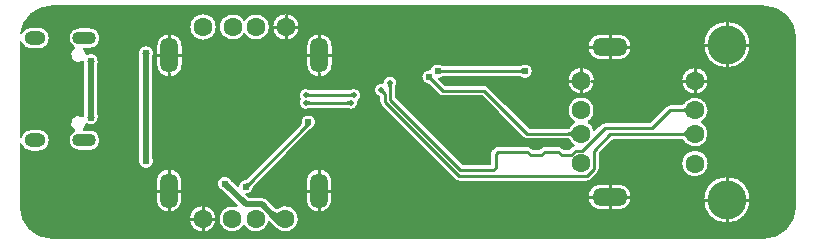
<source format=gbl>
G04 Layer: BottomLayer*
G04 EasyEDA Pro v2.2.27.1, 2024-09-16 11:55:17*
G04 Gerber Generator version 0.3*
G04 Scale: 100 percent, Rotated: No, Reflected: No*
G04 Dimensions in millimeters*
G04 Leading zeros omitted, absolute positions, 3 integers and 5 decimals*
%FSLAX35Y35*%
%MOMM*%
%ADD10C,0.2032*%
%ADD11C,0.254*%
%ADD12C,1.6*%
%ADD13O,1.524X2.99999*%
%ADD14O,2.99999X1.524*%
%ADD15C,3.29999*%
%ADD16O,2.0X1.1*%
%ADD17O,1.8059X1.2*%
%ADD18O,1.8X1.2*%
%ADD19C,0.61*%
%ADD20C,0.5*%
%ADD21C,0.55*%
G75*


G04 Copper Start*
G36*
G01X126197Y-208288D02*
G03X37894Y-266916I0J-95814D01*
G02X300000Y-35814I262106J-33084D01*
G01X6329400Y-35814D01*
G02X6593586Y-300000I0J-264186D01*
G01X6593586Y-1732000D01*
G02X6329400Y-1996186I-264186J0D01*
G01X300000Y-1996186D01*
G02X35814Y-1732000I0J264186D01*
G01X35814Y-1200897D01*
G03X126197Y-1264912I90383J31799D01*
G01X186197Y-1264912D01*
G03X186197Y-1073285I0J95814D01*
G01X126197Y-1073285D01*
G03X35814Y-1137300I0J-95814D01*
G01X35814Y-335900D01*
G03X126197Y-399915I90383J31799D01*
G01X186197Y-399915D01*
G03X186197Y-208288I0J95814D01*
G01X126197Y-208288D01*
G37*
%LPC*%
G36*
G01X668384Y-1031528D02*
G03X696166Y-963302I-37181J54910D01*
G01X695818Y-960422D01*
G01X694926Y-950804D01*
G01X694517Y-939376D01*
G01X694517Y-533850D01*
G01X694926Y-522422D01*
G01X695818Y-512804D01*
G01X696166Y-509923D01*
G03X594720Y-441232I-64964J13315D01*
G03X571499Y-394915I-70527J-6380D01*
G01X621212Y-394915D01*
G03X621212Y-213288I0J90814D01*
G01X531212Y-213288D01*
G03X490545Y-385301I0J-90814D01*
G03X464137Y-485136I33648J-62311D01*
G03X565444Y-505171I60056J37525D01*
G03X566239Y-509923I65759J8563D01*
G01X566588Y-512804D01*
G01X567479Y-522422D01*
G01X567889Y-533850D01*
G01X567889Y-939376D01*
G01X567479Y-950804D01*
G01X566588Y-960422D01*
G01X566239Y-963302D01*
G03X565444Y-968054I64964J-13315D01*
G03X464144Y-988077I-41251J-57560D01*
G03X490520Y-1087911I60048J-37537D01*
G03X531212Y-1259912I40692J-81187D01*
G01X621212Y-1259912D01*
G03X621212Y-1078285I0J90814D01*
G01X571527Y-1078285D01*
G03X594720Y-1031994I-47335J52671D01*
G03X668384Y-1031528I36483J55376D01*
G37*
G36*
G01X1033277Y-1320386D02*
G01X1032386Y-1330005D01*
G01X1032037Y-1332885D01*
G03X1097001Y-1412514I64964J-13315D01*
G03X1161964Y-1332885I0J66314D01*
G01X1161615Y-1330005D01*
G01X1160724Y-1320386D01*
G01X1160315Y-1308958D01*
G01X1160315Y-469042D01*
G01X1160724Y-457614D01*
G01X1161615Y-447995D01*
G01X1161964Y-445115D01*
G03X1097001Y-365486I-64964J13315D01*
G03X1032037Y-445115I0J-66314D01*
G01X1032386Y-447995D01*
G01X1033277Y-457614D01*
G01X1033687Y-469042D01*
G01X1033687Y-1308958D01*
G01X1033277Y-1320386D01*
G37*
G36*
G01X1403701Y-1668297D02*
G01X1403701Y-1520698D01*
G03X1179673Y-1520698I-112014J0D01*
G01X1179673Y-1668297D01*
G03X1403701Y-1668297I112014J0D01*
G37*
G36*
G01X1183386Y-376403D02*
G01X1183386Y-524002D01*
G03X1407414Y-524002I112014J0D01*
G01X1407414Y-376403D01*
G03X1183386Y-376403I-112014J0D01*
G37*
G36*
G01X1692488Y-1834502D02*
G03X1460861Y-1834502I-115814J0D01*
G03X1692488Y-1834502I115814J0D01*
G37*
G36*
G01X1464600Y-210198D02*
G03X1696227Y-210198I115814J0D01*
G03X1464600Y-210198I-115814J0D01*
G37*
G36*
G01X1940942Y-1495648D02*
G01X1938152Y-1495971D01*
G03X1876872Y-1558732I4948J-66129D01*
G01X1836403Y-1518264D01*
G01X1828612Y-1509894D01*
G01X1822441Y-1502462D01*
G01X1820651Y-1500179D01*
G03X1718409Y-1489809I-55351J-36521D01*
G03X1728779Y-1592051I46891J-46891D01*
G01X1731062Y-1593841D01*
G01X1738494Y-1600012D01*
G01X1746864Y-1607803D01*
G01X1863886Y-1724825D01*
G03X1718197Y-1875034I-37199J-109677D01*
G03X1926687Y-1892922I108490J40532D01*
G03X2138986Y-1862816I100000J58420D01*
G01X2155441Y-1879272D01*
G03X2162413Y-1885297I44770J44770D01*
G01X2196385Y-1917969D01*
G03X2392385Y-1839363I80288J83467D01*
G03X2203668Y-1744596I-115712J4861D01*
G01X2201959Y-1743811D01*
G01X2197741Y-1741105D01*
G01X2192650Y-1737035D01*
G01X2186813Y-1731566D01*
G01X2122280Y-1667033D01*
G03X2077510Y-1648488I-44770J-44770D01*
G01X1966628Y-1648488D01*
G01X1946468Y-1628328D01*
G03X2009229Y-1567048I-3368J66228D01*
G01X2009552Y-1564258D01*
G01X2488639Y-1085170D01*
G01X2496779Y-1078004D01*
G01X2500249Y-1075409D01*
G01X2503756Y-1073173D01*
G03X2496449Y-955041I-33519J57219D01*
G03X2405640Y-1030951I-26213J-60913D01*
G01X1940942Y-1495648D01*
G37*
G36*
G01X1714586Y-210198D02*
G03X1930400Y-268618I115814J0D01*
G03X2146214Y-210198I100000J58420D01*
G03X1930400Y-151778I-115814J0D01*
G03X1714586Y-210198I-100000J-58420D01*
G37*
G36*
G01X2164598Y-210198D02*
G03X2396226Y-210198I115814J0D01*
G03X2164598Y-210198I-115814J0D01*
G37*
G36*
G01X2409885Y-897318D02*
G03X2487771Y-901114I41215J44718D01*
G01X2797803Y-901120D01*
G03X2865772Y-901541I34297J50220D01*
G03X2891678Y-838702I-33672J50641D01*
G03X2918288Y-790171I-34276J50355D01*
G03X2822202Y-738886I-60788J1763D01*
G01X2487771Y-738886D01*
G03X2409885Y-742682I-36671J-48514D01*
G03X2399762Y-820000I41215J-44718D01*
G03X2409885Y-897318I51338J-32600D01*
G37*
G36*
G01X2673701Y-1668297D02*
G01X2673701Y-1520698D01*
G03X2449673Y-1520698I-112014J0D01*
G01X2449673Y-1668297D01*
G03X2673701Y-1668297I112014J0D01*
G37*
G36*
G01X2453386Y-376403D02*
G01X2453386Y-524002D01*
G03X2677414Y-524002I112014J0D01*
G01X2677414Y-376403D01*
G03X2453386Y-376403I-112014J0D01*
G37*
G36*
G01X3717052Y-1506334D02*
G03X3751356Y-1520544I34305J34305D01*
G01X4826891Y-1520544D01*
G03X4861196Y-1506334I0J48514D01*
G01X4924402Y-1443128D01*
G03X4938612Y-1408823I-34305J34305D01*
G01X4938612Y-1276797D01*
G01X5049295Y-1166114D01*
G01X5635705Y-1166114D01*
G01X5638927Y-1166252D01*
G01X5647298Y-1179150D01*
G03X5648938Y-1181469I30041J19498D01*
G01X5650443Y-1183429D01*
G03X5655177Y-1189592I94160J67429D01*
G01X5655374Y-1189848D01*
G03X5657561Y-1192433I28402J21817D01*
G01X5658213Y-1193132D01*
G03X5661486Y-1196649I86391J77133D01*
G01X5663251Y-1198429D01*
G03X5860399Y-1113937I81352J82430D01*
G03X5802988Y-1016000I-115807J-2091D01*
G03X5860399Y-918063I-58396J100028D01*
G03X5663251Y-833571I-115795J2063D01*
G01X5661486Y-835351D01*
G03X5658213Y-838868I83118J-80649D01*
G01X5657561Y-839567D01*
G03X5655374Y-842152I26215J-24401D01*
G01X5655177Y-842408D01*
G03X5650443Y-848571I89426J-73592D01*
G01X5648938Y-850531D01*
G03X5647298Y-852850I28402J-21817D01*
G01X5638927Y-865748D01*
G01X5635705Y-865886D01*
G01X5537200Y-865886D01*
G03X5502895Y-880095I0J-48514D01*
G01X5364705Y-1018286D01*
G01X4982134Y-1018286D01*
G03X4947830Y-1032495I0J-48514D01*
G01X4894497Y-1085828D01*
G03X4840618Y-1014143I-112299J-28315D01*
G03X4782198Y-798330I-58420J100000D01*
G03X4723778Y-1014143I0J-115814D01*
G03X4699390Y-1033176I58420J-100000D01*
G01X4697696Y-1034931D01*
G01X4697318Y-1035350D01*
G03X4695040Y-1037878I84880J-78793D01*
G01X4693767Y-1039290D01*
G03X4691742Y-1041748I26603J-23978D01*
G01X4690478Y-1043431D01*
G03X4688782Y-1045686I91720J-70713D01*
G01X4685369Y-1050226D01*
G01X4683969Y-1052227D01*
G01X4675351Y-1065486D01*
G01X4672080Y-1065629D01*
G01X4347338Y-1065629D01*
G01X3996705Y-714995D01*
G03X3962400Y-700786I-34305J-34305D01*
G01X3629201Y-700786D01*
G01X3577773Y-649358D01*
G03X3608708Y-634459I-12327J65158D01*
G01X3610909Y-632714D01*
G01X4259837Y-632714D01*
G01X4262042Y-634462D01*
G03X4371614Y-584200I43258J50262D01*
G03X4262042Y-533938I-66314J0D01*
G01X4259837Y-535686D01*
G01X3610909Y-535686D01*
G01X3608708Y-533941D01*
G03X3544996Y-521118I-43262J-50259D01*
G03X3500926Y-568882I20450J-63082D01*
G03X3428631Y-629322I-6216J-66022D01*
G03X3489762Y-701033I66079J-5582D01*
G01X3492552Y-701356D01*
G01X3574801Y-783605D01*
G03X3609106Y-797814I34305J34305D01*
G01X3942305Y-797814D01*
G01X4292938Y-1148448D01*
G03X4327243Y-1162657I34305J34305D01*
G01X4672080Y-1162657D01*
G01X4675351Y-1162800D01*
G01X4683969Y-1176059D01*
G01X4685369Y-1178060D01*
G01X4688782Y-1182600D01*
G03X4690478Y-1184856I93415J68457D01*
G01X4691742Y-1186538D01*
G03X4693767Y-1188996I28628J21520D01*
G01X4695040Y-1190409D01*
G03X4697318Y-1192936I87157J76266D01*
G01X4697696Y-1193355D01*
G01X4699390Y-1195110D01*
G03X4719179Y-1211310I82808J80967D01*
G03X4703199Y-1221925I18325J-44920D01*
G01X4678239Y-1246886D01*
G01X4636545Y-1246886D01*
G01X4620094Y-1230435D01*
G03X4585789Y-1216225I-34305J-34305D01*
G01X4475661Y-1216225D01*
G03X4441356Y-1230435I0J-48514D01*
G01X4424905Y-1246886D01*
G01X4376195Y-1246886D01*
G01X4359744Y-1230435D01*
G03X4325439Y-1216225I-34305J-34305D01*
G01X4074521Y-1216225D01*
G03X4040216Y-1230435I0J-48514D01*
G01X4022256Y-1248395D01*
G03X4008047Y-1282700I34305J-34305D01*
G01X4008047Y-1373886D01*
G01X3779295Y-1373886D01*
G01X3210854Y-805445D01*
G01X3210854Y-718275D01*
G03X3180283Y-623498I-48514J36671D01*
G03X3101597Y-684538I-17943J-58107D01*
G03X3027769Y-729344I-14697J-59011D01*
G03X3073186Y-802797I59131J-14206D01*
G01X3073186Y-842374D01*
G03X3087396Y-876679I48514J0D01*
G01X3717052Y-1506334D01*
G37*
G36*
G01X4782198Y-779945D02*
G03X4782198Y-548317I0J115814D01*
G03X4782198Y-779945I0J-115814D01*
G37*
G36*
G01X4948403Y-491157D02*
G01X5096002Y-491157D01*
G03X5096002Y-267129I0J112014D01*
G01X4948403Y-267129D01*
G03X4948403Y-491157I0J-112014D01*
G37*
G36*
G01X4948403Y-1761157D02*
G01X5096002Y-1761157D01*
G03X5096002Y-1537129I0J112014D01*
G01X4948403Y-1537129D01*
G03X4948403Y-1761157I0J-112014D01*
G37*
G36*
G01X5744604Y-781827D02*
G03X5744604Y-550200I0J115814D01*
G03X5744604Y-781827I0J-115814D01*
G37*
G36*
G01X5744604Y-1481826D02*
G03X5744604Y-1250198I0J115814D01*
G03X5744604Y-1481826I0J-115814D01*
G37*
G36*
G01X6015596Y-1873810D02*
G03X6015596Y-1472183I0J200814D01*
G03X6015596Y-1873810I0J-200814D01*
G37*
G36*
G01X6015596Y-559817D02*
G03X6015596Y-158190I0J200814D01*
G03X6015596Y-559817I0J-200814D01*
G37*
%LPD*%
G54D10*
G01X126197Y-208288D02*
G03X37894Y-266916I0J-95814D01*
G02X300000Y-35814I262106J-33084D01*
G01X6329400Y-35814D01*
G02X6593586Y-300000I0J-264186D01*
G01X6593586Y-1732000D01*
G02X6329400Y-1996186I-264186J0D01*
G01X300000Y-1996186D01*
G02X35814Y-1732000I0J264186D01*
G01X35814Y-1200897D01*
G03X126197Y-1264912I90383J31799D01*
G01X186197Y-1264912D01*
G03X186197Y-1073285I0J95814D01*
G01X126197Y-1073285D01*
G03X35814Y-1137300I0J-95814D01*
G01X35814Y-335900D01*
G03X126197Y-399915I90383J31799D01*
G01X186197Y-399915D01*
G03X186197Y-208288I0J95814D01*
G01X126197Y-208288D01*
G01X668384Y-1031528D02*
G03X696166Y-963302I-37181J54910D01*
G01X695818Y-960422D01*
G01X694926Y-950804D01*
G01X694517Y-939376D01*
G01X694517Y-533850D01*
G01X694926Y-522422D01*
G01X695818Y-512804D01*
G01X696166Y-509923D01*
G03X594720Y-441232I-64964J13315D01*
G03X571499Y-394915I-70527J-6380D01*
G01X621212Y-394915D01*
G03X621212Y-213288I0J90814D01*
G01X531212Y-213288D01*
G03X490545Y-385301I0J-90814D01*
G03X464137Y-485136I33648J-62311D01*
G03X565444Y-505171I60056J37525D01*
G03X566239Y-509923I65759J8563D01*
G01X566588Y-512804D01*
G01X567479Y-522422D01*
G01X567889Y-533850D01*
G01X567889Y-939376D01*
G01X567479Y-950804D01*
G01X566588Y-960422D01*
G01X566239Y-963302D01*
G03X565444Y-968054I64964J-13315D01*
G03X464144Y-988077I-41251J-57560D01*
G03X490520Y-1087911I60048J-37537D01*
G03X531212Y-1259912I40692J-81187D01*
G01X621212Y-1259912D01*
G03X621212Y-1078285I0J90814D01*
G01X571527Y-1078285D01*
G03X594720Y-1031994I-47335J52671D01*
G03X668384Y-1031528I36483J55376D01*
G01X1033277Y-1320386D02*
G01X1032386Y-1330005D01*
G01X1032037Y-1332885D01*
G03X1097001Y-1412514I64964J-13315D01*
G03X1161964Y-1332885I0J66314D01*
G01X1161615Y-1330005D01*
G01X1160724Y-1320386D01*
G01X1160315Y-1308958D01*
G01X1160315Y-469042D01*
G01X1160724Y-457614D01*
G01X1161615Y-447995D01*
G01X1161964Y-445115D01*
G03X1097001Y-365486I-64964J13315D01*
G03X1032037Y-445115I0J-66314D01*
G01X1032386Y-447995D01*
G01X1033277Y-457614D01*
G01X1033687Y-469042D01*
G01X1033687Y-1308958D01*
G01X1033277Y-1320386D01*
G01X1403701Y-1668297D02*
G01X1403701Y-1520698D01*
G03X1179673Y-1520698I-112014J0D01*
G01X1179673Y-1668297D01*
G03X1403701Y-1668297I112014J0D01*
G01X1183386Y-376403D02*
G01X1183386Y-524002D01*
G03X1407414Y-524002I112014J0D01*
G01X1407414Y-376403D01*
G03X1183386Y-376403I-112014J0D01*
G01X1692488Y-1834502D02*
G03X1460861Y-1834502I-115814J0D01*
G03X1692488Y-1834502I115814J0D01*
G01X1464600Y-210198D02*
G03X1696227Y-210198I115814J0D01*
G03X1464600Y-210198I-115814J0D01*
G01X1940942Y-1495648D02*
G01X1938152Y-1495971D01*
G03X1876872Y-1558732I4948J-66129D01*
G01X1836403Y-1518264D01*
G01X1828612Y-1509894D01*
G01X1822441Y-1502462D01*
G01X1820651Y-1500179D01*
G03X1718409Y-1489809I-55351J-36521D01*
G03X1728779Y-1592051I46891J-46891D01*
G01X1731062Y-1593841D01*
G01X1738494Y-1600012D01*
G01X1746864Y-1607803D01*
G01X1863886Y-1724825D01*
G03X1718197Y-1875034I-37199J-109677D01*
G03X1926687Y-1892922I108490J40532D01*
G03X2138986Y-1862816I100000J58420D01*
G01X2155441Y-1879272D01*
G03X2162413Y-1885297I44770J44770D01*
G01X2196385Y-1917969D01*
G03X2392385Y-1839363I80288J83467D01*
G03X2203668Y-1744596I-115712J4861D01*
G01X2201959Y-1743811D01*
G01X2197741Y-1741105D01*
G01X2192650Y-1737035D01*
G01X2186813Y-1731566D01*
G01X2122280Y-1667033D01*
G03X2077510Y-1648488I-44770J-44770D01*
G01X1966628Y-1648488D01*
G01X1946468Y-1628328D01*
G03X2009229Y-1567048I-3368J66228D01*
G01X2009552Y-1564258D01*
G01X2488639Y-1085170D01*
G01X2496779Y-1078004D01*
G01X2500249Y-1075409D01*
G01X2503756Y-1073173D01*
G03X2496449Y-955041I-33519J57219D01*
G03X2405640Y-1030951I-26213J-60913D01*
G01X1940942Y-1495648D01*
G01X1714586Y-210198D02*
G03X1930400Y-268618I115814J0D01*
G03X2146214Y-210198I100000J58420D01*
G03X1930400Y-151778I-115814J0D01*
G03X1714586Y-210198I-100000J-58420D01*
G01X2164598Y-210198D02*
G03X2396226Y-210198I115814J0D01*
G03X2164598Y-210198I-115814J0D01*
G01X2409885Y-897318D02*
G03X2487771Y-901114I41215J44718D01*
G01X2797803Y-901120D01*
G03X2865772Y-901541I34297J50220D01*
G03X2891678Y-838702I-33672J50641D01*
G03X2918288Y-790171I-34276J50355D01*
G03X2822202Y-738886I-60788J1763D01*
G01X2487771Y-738886D01*
G03X2409885Y-742682I-36671J-48514D01*
G03X2399762Y-820000I41215J-44718D01*
G03X2409885Y-897318I51338J-32600D01*
G01X2673701Y-1668297D02*
G01X2673701Y-1520698D01*
G03X2449673Y-1520698I-112014J0D01*
G01X2449673Y-1668297D01*
G03X2673701Y-1668297I112014J0D01*
G01X2453386Y-376403D02*
G01X2453386Y-524002D01*
G03X2677414Y-524002I112014J0D01*
G01X2677414Y-376403D01*
G03X2453386Y-376403I-112014J0D01*
G01X3717052Y-1506334D02*
G03X3751356Y-1520544I34305J34305D01*
G01X4826891Y-1520544D01*
G03X4861196Y-1506334I0J48514D01*
G01X4924402Y-1443128D01*
G03X4938612Y-1408823I-34305J34305D01*
G01X4938612Y-1276797D01*
G01X5049295Y-1166114D01*
G01X5635705Y-1166114D01*
G01X5638927Y-1166252D01*
G01X5647298Y-1179150D01*
G03X5648938Y-1181469I30041J19498D01*
G01X5650443Y-1183429D01*
G03X5655177Y-1189592I94160J67429D01*
G01X5655374Y-1189848D01*
G03X5657561Y-1192433I28402J21817D01*
G01X5658213Y-1193132D01*
G03X5661486Y-1196649I86391J77133D01*
G01X5663251Y-1198429D01*
G03X5860399Y-1113937I81352J82430D01*
G03X5802988Y-1016000I-115807J-2091D01*
G03X5860399Y-918063I-58396J100028D01*
G03X5663251Y-833571I-115795J2063D01*
G01X5661486Y-835351D01*
G03X5658213Y-838868I83118J-80649D01*
G01X5657561Y-839567D01*
G03X5655374Y-842152I26215J-24401D01*
G01X5655177Y-842408D01*
G03X5650443Y-848571I89426J-73592D01*
G01X5648938Y-850531D01*
G03X5647298Y-852850I28402J-21817D01*
G01X5638927Y-865748D01*
G01X5635705Y-865886D01*
G01X5537200Y-865886D01*
G03X5502895Y-880095I0J-48514D01*
G01X5364705Y-1018286D01*
G01X4982134Y-1018286D01*
G03X4947830Y-1032495I0J-48514D01*
G01X4894497Y-1085828D01*
G03X4840618Y-1014143I-112299J-28315D01*
G03X4782198Y-798330I-58420J100000D01*
G03X4723778Y-1014143I0J-115814D01*
G03X4699390Y-1033176I58420J-100000D01*
G01X4697696Y-1034931D01*
G01X4697318Y-1035350D01*
G03X4695040Y-1037878I84880J-78793D01*
G01X4693767Y-1039290D01*
G03X4691742Y-1041748I26603J-23978D01*
G01X4690478Y-1043431D01*
G03X4688782Y-1045686I91720J-70713D01*
G01X4685369Y-1050226D01*
G01X4683969Y-1052227D01*
G01X4675351Y-1065486D01*
G01X4672080Y-1065629D01*
G01X4347338Y-1065629D01*
G01X3996705Y-714995D01*
G03X3962400Y-700786I-34305J-34305D01*
G01X3629201Y-700786D01*
G01X3577773Y-649358D01*
G03X3608708Y-634459I-12327J65158D01*
G01X3610909Y-632714D01*
G01X4259837Y-632714D01*
G01X4262042Y-634462D01*
G03X4371614Y-584200I43258J50262D01*
G03X4262042Y-533938I-66314J0D01*
G01X4259837Y-535686D01*
G01X3610909Y-535686D01*
G01X3608708Y-533941D01*
G03X3544996Y-521118I-43262J-50259D01*
G03X3500926Y-568882I20450J-63082D01*
G03X3428631Y-629322I-6216J-66022D01*
G03X3489762Y-701033I66079J-5582D01*
G01X3492552Y-701356D01*
G01X3574801Y-783605D01*
G03X3609106Y-797814I34305J34305D01*
G01X3942305Y-797814D01*
G01X4292938Y-1148448D01*
G03X4327243Y-1162657I34305J34305D01*
G01X4672080Y-1162657D01*
G01X4675351Y-1162800D01*
G01X4683969Y-1176059D01*
G01X4685369Y-1178060D01*
G01X4688782Y-1182600D01*
G03X4690478Y-1184856I93415J68457D01*
G01X4691742Y-1186538D01*
G03X4693767Y-1188996I28628J21520D01*
G01X4695040Y-1190409D01*
G03X4697318Y-1192936I87157J76266D01*
G01X4697696Y-1193355D01*
G01X4699390Y-1195110D01*
G03X4719179Y-1211310I82808J80967D01*
G03X4703199Y-1221925I18325J-44920D01*
G01X4678239Y-1246886D01*
G01X4636545Y-1246886D01*
G01X4620094Y-1230435D01*
G03X4585789Y-1216225I-34305J-34305D01*
G01X4475661Y-1216225D01*
G03X4441356Y-1230435I0J-48514D01*
G01X4424905Y-1246886D01*
G01X4376195Y-1246886D01*
G01X4359744Y-1230435D01*
G03X4325439Y-1216225I-34305J-34305D01*
G01X4074521Y-1216225D01*
G03X4040216Y-1230435I0J-48514D01*
G01X4022256Y-1248395D01*
G03X4008047Y-1282700I34305J-34305D01*
G01X4008047Y-1373886D01*
G01X3779295Y-1373886D01*
G01X3210854Y-805445D01*
G01X3210854Y-718275D01*
G03X3180283Y-623498I-48514J36671D01*
G03X3101597Y-684538I-17943J-58107D01*
G03X3027769Y-729344I-14697J-59011D01*
G03X3073186Y-802797I59131J-14206D01*
G01X3073186Y-842374D01*
G03X3087396Y-876679I48514J0D01*
G01X3717052Y-1506334D01*
G01X4782198Y-779945D02*
G03X4782198Y-548317I0J115814D01*
G03X4782198Y-779945I0J-115814D01*
G01X4948403Y-491157D02*
G01X5096002Y-491157D01*
G03X5096002Y-267129I0J112014D01*
G01X4948403Y-267129D01*
G03X4948403Y-491157I0J-112014D01*
G01X4948403Y-1761157D02*
G01X5096002Y-1761157D01*
G03X5096002Y-1537129I0J112014D01*
G01X4948403Y-1537129D01*
G03X4948403Y-1761157I0J-112014D01*
G01X5744604Y-781827D02*
G03X5744604Y-550200I0J115814D01*
G03X5744604Y-781827I0J-115814D01*
G01X5744604Y-1481826D02*
G03X5744604Y-1250198I0J115814D01*
G03X5744604Y-1481826I0J-115814D01*
G01X6015596Y-1873810D02*
G03X6015596Y-1472183I0J200814D01*
G03X6015596Y-1873810I0J-200814D01*
G01X6015596Y-559817D02*
G03X6015596Y-158190I0J200814D01*
G03X6015596Y-559817I0J-200814D01*
G54D11*
G01X1656420Y-1834502D02*
G01X1682328Y-1834502D01*
G01X1496929Y-1834502D02*
G01X1471021Y-1834502D01*
G01X1576675Y-1914248D02*
G01X1576675Y-1940156D01*
G01X1576675Y-1754756D02*
G01X1576675Y-1728848D01*
G01X1367633Y-1594498D02*
G01X1393541Y-1594498D01*
G01X1215741Y-1594498D02*
G01X1189833Y-1594498D01*
G01X1291687Y-1744243D02*
G01X1291687Y-1770151D01*
G01X1291687Y-1444752D02*
G01X1291687Y-1418844D01*
G01X2637633Y-1594498D02*
G01X2663541Y-1594498D01*
G01X2485741Y-1594498D02*
G01X2459833Y-1594498D01*
G01X2561687Y-1744243D02*
G01X2561687Y-1770151D01*
G01X2561687Y-1444752D02*
G01X2561687Y-1418844D01*
G01X2200666Y-210198D02*
G01X2174758Y-210198D01*
G01X2360158Y-210198D02*
G01X2386066Y-210198D01*
G01X2280412Y-130452D02*
G01X2280412Y-104544D01*
G01X2280412Y-289944D02*
G01X2280412Y-315852D01*
G01X1219454Y-450202D02*
G01X1193546Y-450202D01*
G01X1371346Y-450202D02*
G01X1397254Y-450202D01*
G01X1295400Y-300457D02*
G01X1295400Y-274549D01*
G01X1295400Y-599948D02*
G01X1295400Y-625856D01*
G01X2489454Y-450202D02*
G01X2463546Y-450202D01*
G01X2641346Y-450202D02*
G01X2667254Y-450202D01*
G01X2565400Y-300457D02*
G01X2565400Y-274549D01*
G01X2565400Y-599948D02*
G01X2565400Y-625856D01*
G01X4782198Y-743877D02*
G01X4782198Y-769785D01*
G01X4782198Y-584385D02*
G01X4782198Y-558477D01*
G01X4702452Y-664131D02*
G01X4676544Y-664131D01*
G01X4861944Y-664131D02*
G01X4887852Y-664131D01*
G01X5022202Y-1725089D02*
G01X5022202Y-1750997D01*
G01X5022202Y-1573197D02*
G01X5022202Y-1547289D01*
G01X4872457Y-1649143D02*
G01X4846549Y-1649143D01*
G01X5171948Y-1649143D02*
G01X5197856Y-1649143D01*
G01X5022202Y-455089D02*
G01X5022202Y-480997D01*
G01X5022202Y-303197D02*
G01X5022202Y-277289D01*
G01X4872457Y-379143D02*
G01X4846549Y-379143D01*
G01X5171948Y-379143D02*
G01X5197856Y-379143D01*
G01X5744604Y-745759D02*
G01X5744604Y-771667D01*
G01X5744604Y-586268D02*
G01X5744604Y-560360D01*
G01X5664858Y-666013D02*
G01X5638950Y-666013D01*
G01X5824350Y-666013D02*
G01X5850258Y-666013D01*
G01X6015596Y-523749D02*
G01X6015596Y-549657D01*
G01X6015596Y-194258D02*
G01X6015596Y-168350D01*
G01X5850851Y-359004D02*
G01X5824943Y-359004D01*
G01X6180342Y-359004D02*
G01X6206250Y-359004D01*
G01X6015596Y-1837742D02*
G01X6015596Y-1863650D01*
G01X6015596Y-1508251D02*
G01X6015596Y-1482343D01*
G01X5850851Y-1672996D02*
G01X5824943Y-1672996D01*
G01X6180342Y-1672996D02*
G01X6206250Y-1672996D01*
G04 Copper End*

G04 TearDrop Start*
G36*
G01X4263617Y-596900D02*
G01X4263617Y-571500D01*
G01X4266464Y-571275D01*
G01X4269338Y-570638D01*
G01X4275010Y-568365D01*
G01X4280323Y-565151D01*
G01X4284967Y-561466D01*
G01X4284967Y-606934D01*
G01X4280323Y-603249D01*
G01X4275010Y-600035D01*
G01X4269338Y-597762D01*
G01X4266464Y-597125D01*
G01X4263617Y-596900D01*
G37*
G36*
G01X3607130Y-571500D02*
G01X3607130Y-596900D01*
G01X3604282Y-597125D01*
G01X3601408Y-597762D01*
G01X3595736Y-600035D01*
G01X3590424Y-603249D01*
G01X3585780Y-606934D01*
G01X3585780Y-561466D01*
G01X3590424Y-565151D01*
G01X3595736Y-568365D01*
G01X3601408Y-570638D01*
G01X3604282Y-571275D01*
G01X3607130Y-571500D01*
G37*
G36*
G01X3533165Y-655398D02*
G01X3515204Y-673359D01*
G01X3513031Y-671504D01*
G01X3510548Y-669923D01*
G01X3504931Y-667519D01*
G01X3498902Y-666035D01*
G01X3493013Y-665357D01*
G01X3525163Y-633207D01*
G01X3525841Y-639096D01*
G01X3527325Y-645125D01*
G01X3529729Y-650743D01*
G01X3531310Y-653225D01*
G01X3533165Y-655398D01*
G37*
G36*
G01X4672865Y-1126843D02*
G01X4672865Y-1101443D01*
G01X4679005Y-1101174D01*
G01X4684300Y-1100389D01*
G01X4688854Y-1099123D01*
G01X4692774Y-1097410D01*
G01X4696165Y-1095285D01*
G01X4699133Y-1092781D01*
G01X4701785Y-1089934D01*
G01X4704226Y-1086778D01*
G01X4713997Y-1071746D01*
G01X4720370Y-1063268D01*
G01X4724299Y-1058908D01*
G01X4728865Y-1054515D01*
G01X4728865Y-1173771D01*
G01X4724299Y-1169378D01*
G01X4720370Y-1165018D01*
G01X4713997Y-1156540D01*
G01X4704226Y-1141508D01*
G01X4701785Y-1138352D01*
G01X4699133Y-1135505D01*
G01X4696165Y-1133001D01*
G01X4692774Y-1130876D01*
G01X4688854Y-1129163D01*
G01X4684300Y-1127897D01*
G01X4679005Y-1127112D01*
G01X4672865Y-1126843D01*
G37*
G36*
G01X1963594Y-1523645D02*
G01X1981555Y-1541606D01*
G01X1979700Y-1543779D01*
G01X1978119Y-1546261D01*
G01X1975715Y-1551879D01*
G01X1974232Y-1557908D01*
G01X1973553Y-1563797D01*
G01X1941403Y-1531647D01*
G01X1947292Y-1530968D01*
G01X1953321Y-1529485D01*
G01X1958939Y-1527081D01*
G01X1961421Y-1525500D01*
G01X1963594Y-1523645D01*
G37*
G36*
G01X2464120Y-1059041D02*
G01X2435673Y-1051566D01*
G01X2437749Y-1049191D01*
G01X2439584Y-1046475D01*
G01X2441118Y-1043505D01*
G01X2442290Y-1040367D01*
G01X2443040Y-1037146D01*
G01X2443307Y-1033930D01*
G01X2443031Y-1030803D01*
G01X2442152Y-1027852D01*
G01X2485180Y-1042542D01*
G01X2479870Y-1045928D01*
G01X2474185Y-1050179D01*
G01X2464120Y-1059041D01*
G37*
G36*
G01X2485267Y-774700D02*
G01X2485267Y-800100D01*
G01X2480810Y-800518D01*
G01X2475998Y-801709D01*
G01X2471445Y-803579D01*
G01X2467767Y-806034D01*
G01X2467767Y-768766D01*
G01X2471445Y-771221D01*
G01X2475998Y-773091D01*
G01X2480810Y-774282D01*
G01X2485267Y-774700D01*
G37*
G36*
G01X2822596Y-800100D02*
G01X2824098Y-774700D01*
G01X2828513Y-774308D01*
G01X2833308Y-773188D01*
G01X2837872Y-771429D01*
G01X2841598Y-769117D01*
G01X2840096Y-806355D01*
G01X2836465Y-803755D01*
G01X2831930Y-801785D01*
G01X2827103Y-800536D01*
G01X2822596Y-800100D01*
G37*
G36*
G01X2485267Y-839900D02*
G01X2485267Y-865300D01*
G01X2480810Y-865718D01*
G01X2475998Y-866909D01*
G01X2471445Y-868779D01*
G01X2467767Y-871234D01*
G01X2467767Y-833966D01*
G01X2471445Y-836421D01*
G01X2475998Y-838291D01*
G01X2480810Y-839482D01*
G01X2485267Y-839900D01*
G37*
G36*
G01X2799239Y-865300D02*
G01X2796705Y-839900D01*
G01X2801252Y-839455D01*
G01X2806088Y-838175D01*
G01X2810608Y-836143D01*
G01X2814205Y-833443D01*
G01X2816739Y-870624D01*
G01X2812980Y-868410D01*
G01X2808411Y-866734D01*
G01X2803631Y-865671D01*
G01X2799239Y-865300D01*
G37*
G36*
G01X5636474Y-1130300D02*
G01X5634089Y-1104900D01*
G01X5640175Y-1104628D01*
G01X5645446Y-1103834D01*
G01X5650001Y-1102554D01*
G01X5653943Y-1100822D01*
G01X5657372Y-1098673D01*
G01X5660389Y-1096142D01*
G01X5663094Y-1093263D01*
G01X5665589Y-1090072D01*
G01X5670352Y-1082890D01*
G01X5675485Y-1074873D01*
G01X5681794Y-1066301D01*
G01X5685643Y-1061893D01*
G01X5690088Y-1057450D01*
G01X5692474Y-1176683D01*
G01X5687787Y-1172340D01*
G01X5683776Y-1168031D01*
G01X5677339Y-1159652D01*
G01X5667697Y-1144795D01*
G01X5665312Y-1141675D01*
G01X5662715Y-1138861D01*
G01X5659795Y-1136387D01*
G01X5656442Y-1134286D01*
G01X5652544Y-1132593D01*
G01X5647991Y-1131342D01*
G01X5642671Y-1130566D01*
G01X5636474Y-1130300D01*
G37*
G36*
G01X3175040Y-715771D02*
G01X3149640Y-715771D01*
G01X3149223Y-711315D01*
G01X3148032Y-706503D01*
G01X3146162Y-701950D01*
G01X3143707Y-698272D01*
G01X3180974Y-698272D01*
G01X3178519Y-701950D01*
G01X3176649Y-706503D01*
G01X3175458Y-711315D01*
G01X3175040Y-715771D01*
G37*
G36*
G01X5634089Y-927100D02*
G01X5636474Y-901700D01*
G01X5642671Y-901434D01*
G01X5647991Y-900658D01*
G01X5652544Y-899407D01*
G01X5656442Y-897714D01*
G01X5659795Y-895613D01*
G01X5662715Y-893139D01*
G01X5665312Y-890325D01*
G01X5667697Y-887205D01*
G01X5677339Y-872348D01*
G01X5683776Y-863969D01*
G01X5687787Y-859660D01*
G01X5692474Y-855317D01*
G01X5690088Y-974550D01*
G01X5685643Y-970107D01*
G01X5681794Y-965699D01*
G01X5675485Y-957127D01*
G01X5670352Y-949110D01*
G01X5665589Y-941928D01*
G01X5663094Y-938737D01*
G01X5660389Y-935858D01*
G01X5657372Y-933327D01*
G01X5653943Y-931178D01*
G01X5650001Y-929446D01*
G01X5645446Y-928166D01*
G01X5640175Y-927372D01*
G01X5634089Y-927100D01*
G37*
G36*
G01X1810626Y-1543135D02*
G01X1771735Y-1582026D01*
G01X1762153Y-1573107D01*
G01X1753555Y-1565967D01*
G01X1743733Y-1558267D01*
G01X1786867Y-1515133D01*
G01X1794567Y-1524955D01*
G01X1801707Y-1533553D01*
G01X1810626Y-1543135D01*
G37*
G36*
G01X2141167Y-1814350D02*
G01X2161901Y-1757302D01*
G01X2169187Y-1764129D01*
G01X2176832Y-1770242D01*
G01X2184737Y-1775313D01*
G01X2192807Y-1779016D01*
G01X2196873Y-1780252D01*
G01X2200944Y-1781024D01*
G01X2205008Y-1781290D01*
G01X2209052Y-1781009D01*
G01X2213066Y-1780141D01*
G01X2217035Y-1778644D01*
G01X2220949Y-1776479D01*
G01X2224796Y-1773603D01*
G01X2221211Y-1892156D01*
G01X2180981Y-1853465D01*
G01X2141167Y-1814350D01*
G37*
G36*
G01X1069501Y-1309600D02*
G01X1124501Y-1309600D01*
G01X1124969Y-1322682D01*
G01X1126001Y-1333810D01*
G01X1127501Y-1346200D01*
G01X1066501Y-1346200D01*
G01X1068001Y-1333810D01*
G01X1069032Y-1322682D01*
G01X1069501Y-1309600D01*
G37*
G36*
G01X1124501Y-468400D02*
G01X1069501Y-468400D01*
G01X1069032Y-455318D01*
G01X1068001Y-444190D01*
G01X1066501Y-431800D01*
G01X1127501Y-431800D01*
G01X1126001Y-444190D01*
G01X1124969Y-455318D01*
G01X1124501Y-468400D01*
G37*
G36*
G01X658703Y-533208D02*
G01X603703Y-533208D01*
G01X603234Y-520126D01*
G01X602203Y-508998D01*
G01X600703Y-496608D01*
G01X661703Y-496608D01*
G01X660203Y-508998D01*
G01X659171Y-520126D01*
G01X658703Y-533208D01*
G37*
G36*
G01X603703Y-940017D02*
G01X658703Y-940017D01*
G01X659171Y-953099D01*
G01X660203Y-964227D01*
G01X661703Y-976617D01*
G01X600703Y-976617D01*
G01X602203Y-964227D01*
G01X603234Y-953099D01*
G01X603703Y-940017D01*
G37*
G04 TearDrop End*

G04 Pad Start*
G54D12*
G01X2276673Y-1834502D03*
G01X2026686Y-1834502D03*
G01X1826687Y-1834502D03*
G01X1576675Y-1834502D03*
G54D13*
G01X2561687Y-1594498D03*
G01X1291687Y-1594498D03*
G54D12*
G01X1580413Y-210198D03*
G01X1830400Y-210198D03*
G01X2030400Y-210198D03*
G01X2280412Y-210198D03*
G54D13*
G01X1295400Y-450202D03*
G01X2565400Y-450202D03*
G54D12*
G01X4782198Y-1364130D03*
G01X4782198Y-1114143D03*
G01X4782198Y-914143D03*
G01X4782198Y-664131D03*
G54D14*
G01X5022202Y-1649143D03*
G01X5022202Y-379143D03*
G54D12*
G01X5744604Y-1366012D03*
G01X5744604Y-1116000D03*
G01X5744604Y-916000D03*
G01X5744604Y-666013D03*
G54D15*
G01X6015596Y-1672996D03*
G01X6015596Y-359004D03*
G54D16*
G01X576212Y-304101D03*
G01X576212Y-1169098D03*
G54D18*
G01X156197Y-304101D03*
G01X156197Y-1169098D03*
G04 Pad End*

G04 Via Start*
G54D19*
G01X1943100Y-1562100D03*
G01X2470236Y-1015954D03*
G01X4305300Y-584200D03*
G01X3565446Y-584200D03*
G01X3494710Y-634904D03*
G54D20*
G01X2451100Y-787400D03*
G01X2857500Y-788408D03*
G01X2451100Y-852600D03*
G01X2832100Y-850900D03*
G01X3162340Y-681605D03*
G01X3086900Y-743549D03*
G54D19*
G01X1765300Y-1536700D03*
G01X1097001Y-1346200D03*
G01X1097001Y-431800D03*
G01X631203Y-496608D03*
G01X631203Y-976617D03*
G01X482237Y-76200D03*
G01X276533Y-76200D03*
G01X345101Y-76200D03*
G01X413669Y-76200D03*
G01X482237Y-165100D03*
G01X276533Y-165100D03*
G01X345101Y-165100D03*
G01X413669Y-165100D03*
G01X1716449Y-533400D03*
G01X1510746Y-533400D03*
G01X1579314Y-533400D03*
G01X1647882Y-533400D03*
G01X1906949Y-990600D03*
G01X1701246Y-990600D03*
G01X1769814Y-990600D03*
G01X1838382Y-990600D03*
G01X2211749Y-990600D03*
G01X2006046Y-990600D03*
G01X2074614Y-990600D03*
G01X2143182Y-990600D03*
G01X1195749Y-1943100D03*
G01X990046Y-1943100D03*
G01X1058614Y-1943100D03*
G01X1127182Y-1943100D03*
G01X2605449Y-1308100D03*
G01X2399746Y-1308100D03*
G01X2468314Y-1308100D03*
G01X2536882Y-1308100D03*
G01X1894249Y-1333500D03*
G01X1688546Y-1333500D03*
G01X1757114Y-1333500D03*
G01X1825682Y-1333500D03*
G01X3811949Y-177800D03*
G01X3606246Y-177800D03*
G01X3674814Y-177800D03*
G01X3743382Y-177800D03*
G01X4307249Y-177800D03*
G01X4101546Y-177800D03*
G01X4170114Y-177800D03*
G01X4238682Y-177800D03*
G01X4318000Y-277451D03*
G01X4318000Y-483154D03*
G01X4318000Y-414586D03*
G01X4318000Y-346018D03*
G01X3606800Y-277451D03*
G01X3606800Y-483154D03*
G01X3606800Y-414586D03*
G01X3606800Y-346018D03*
G01X4318000Y-734651D03*
G01X4318000Y-940354D03*
G01X4318000Y-871786D03*
G01X4318000Y-803218D03*
G01X4459649Y-1181100D03*
G01X4253946Y-1181100D03*
G01X4322514Y-1181100D03*
G01X4391082Y-1181100D03*
G01X3592151Y-1536700D03*
G01X3797854Y-1536700D03*
G01X3729286Y-1536700D03*
G01X3660718Y-1536700D03*
G01X6364649Y-88900D03*
G01X6158946Y-88900D03*
G01X6227514Y-88900D03*
G01X6296082Y-88900D03*
G01X5983649Y-88900D03*
G01X5777946Y-88900D03*
G01X5846514Y-88900D03*
G01X5915082Y-88900D03*
G01X5589949Y-88900D03*
G01X5384246Y-88900D03*
G01X5452814Y-88900D03*
G01X5521382Y-88900D03*
G01X5321300Y-620351D03*
G01X5321300Y-826054D03*
G01X5321300Y-757486D03*
G01X5321300Y-688918D03*
G01X5499100Y-620351D03*
G01X5499100Y-826054D03*
G01X5499100Y-757486D03*
G01X5499100Y-688918D03*
G01X2971800Y-1090251D03*
G01X2971800Y-1295954D03*
G01X2971800Y-1227386D03*
G01X2971800Y-1158818D03*
G01X2717800Y-61551D03*
G01X2717800Y-267254D03*
G01X2717800Y-198686D03*
G01X2717800Y-130118D03*
G01X2349500Y-353651D03*
G01X2349500Y-559354D03*
G01X2349500Y-490786D03*
G01X2349500Y-422218D03*
G04 Via End*

G04 Track Start*
G54D11*
G01X4305300Y-584200D02*
G01X3565446Y-584200D01*
G01X3494710Y-634904D02*
G01X3609106Y-749300D01*
G01X3962400Y-749300D01*
G01X4327243Y-1114143D01*
G01X4782198Y-1114143D01*
G01X1943100Y-1562100D02*
G01X2470236Y-1034964D01*
G01X2470236Y-1015954D01*
G01X2451100Y-787400D02*
G01X2856492Y-787400D01*
G01X2857500Y-788408D01*
G01X2451100Y-852600D02*
G01X2830400Y-852600D01*
G01X2832100Y-850900D01*
G01X5384800Y-1066800D02*
G01X4982134Y-1066800D01*
G01X5537200Y-914400D02*
G01X5384800Y-1066800D01*
G01X3086900Y-743549D02*
G01X3121700Y-778350D01*
G01X3121700Y-842374D01*
G01X3751356Y-1472030D01*
G01X4826891Y-1472030D01*
G01X5029200Y-1117600D02*
G01X5743004Y-1117600D01*
G01X5744604Y-1116000D01*
G01X4982134Y-1066800D02*
G01X4792704Y-1256230D01*
G01X3162340Y-825540D02*
G01X3162340Y-681605D01*
G01X3759200Y-1422400D02*
G01X3162340Y-825540D01*
G01X4038600Y-1422400D02*
G01X3759200Y-1422400D01*
G01X4056561Y-1404439D02*
G01X4038600Y-1422400D01*
G01X4056561Y-1282700D02*
G01X4056561Y-1404439D01*
G01X4074521Y-1264739D02*
G01X4056561Y-1282700D01*
G01X4325439Y-1264739D02*
G01X4074521Y-1264739D01*
G01X4356100Y-1295400D02*
G01X4325439Y-1264739D01*
G01X4445000Y-1295400D02*
G01X4356100Y-1295400D01*
G01X4792704Y-1256230D02*
G01X4737504Y-1256230D01*
G01X4475661Y-1264739D02*
G01X4445000Y-1295400D01*
G01X4585789Y-1264739D02*
G01X4475661Y-1264739D01*
G01X4616450Y-1295400D02*
G01X4585789Y-1264739D01*
G01X4698334Y-1295400D02*
G01X4616450Y-1295400D01*
G01X4737504Y-1256230D02*
G01X4698334Y-1295400D01*
G01X4826891Y-1472030D02*
G01X4890098Y-1408823D01*
G01X4890098Y-1256702D01*
G01X5029200Y-1117600D01*
G01X5744604Y-916000D02*
G01X5743004Y-914400D01*
G01X5537200Y-914400D01*
G54D21*
G01X1765300Y-1536700D02*
G01X1940402Y-1711802D01*
G01X2077510Y-1711802D01*
G01X2200210Y-1834502D01*
G01X2276673Y-1834502D01*
G01X1097001Y-1346200D02*
G01X1097001Y-431800D01*
G01X631203Y-496608D02*
G01X631203Y-976617D01*
G04 Track End*

M02*


</source>
